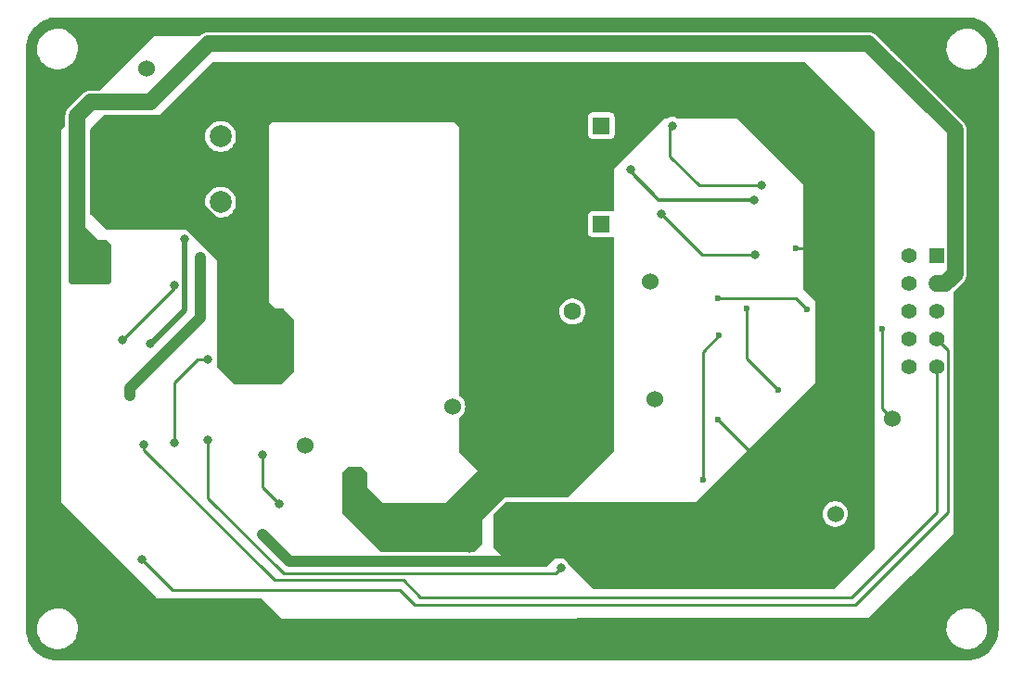
<source format=gbr>
G04 #@! TF.GenerationSoftware,KiCad,Pcbnew,7.0.7*
G04 #@! TF.CreationDate,2023-09-15T22:30:58+02:00*
G04 #@! TF.ProjectId,Nixie PSU,4e697869-6520-4505-9355-2e6b69636164,rev?*
G04 #@! TF.SameCoordinates,Original*
G04 #@! TF.FileFunction,Copper,L2,Bot*
G04 #@! TF.FilePolarity,Positive*
%FSLAX46Y46*%
G04 Gerber Fmt 4.6, Leading zero omitted, Abs format (unit mm)*
G04 Created by KiCad (PCBNEW 7.0.7) date 2023-09-15 22:30:58*
%MOMM*%
%LPD*%
G01*
G04 APERTURE LIST*
G04 #@! TA.AperFunction,ComponentPad*
%ADD10R,1.600000X1.600000*%
G04 #@! TD*
G04 #@! TA.AperFunction,ComponentPad*
%ADD11C,1.600000*%
G04 #@! TD*
G04 #@! TA.AperFunction,ComponentPad*
%ADD12C,1.530000*%
G04 #@! TD*
G04 #@! TA.AperFunction,ComponentPad*
%ADD13C,2.000000*%
G04 #@! TD*
G04 #@! TA.AperFunction,ComponentPad*
%ADD14R,1.390000X1.390000*%
G04 #@! TD*
G04 #@! TA.AperFunction,ComponentPad*
%ADD15C,1.390000*%
G04 #@! TD*
G04 #@! TA.AperFunction,ComponentPad*
%ADD16C,0.600000*%
G04 #@! TD*
G04 #@! TA.AperFunction,ViaPad*
%ADD17C,0.600000*%
G04 #@! TD*
G04 #@! TA.AperFunction,ViaPad*
%ADD18C,0.800000*%
G04 #@! TD*
G04 #@! TA.AperFunction,Conductor*
%ADD19C,1.500000*%
G04 #@! TD*
G04 #@! TA.AperFunction,Conductor*
%ADD20C,0.250000*%
G04 #@! TD*
G04 #@! TA.AperFunction,Conductor*
%ADD21C,1.000000*%
G04 #@! TD*
G04 #@! TA.AperFunction,Conductor*
%ADD22C,0.500000*%
G04 #@! TD*
G04 #@! TA.AperFunction,Conductor*
%ADD23C,0.400000*%
G04 #@! TD*
G04 #@! TA.AperFunction,Conductor*
%ADD24C,0.200000*%
G04 #@! TD*
G04 #@! TA.AperFunction,Conductor*
%ADD25C,0.300000*%
G04 #@! TD*
G04 APERTURE END LIST*
D10*
X159652651Y-65000000D03*
D11*
X156152651Y-65000000D03*
X157000000Y-82000000D03*
X152000000Y-82000000D03*
D12*
X164500000Y-90000000D03*
X118100000Y-59800000D03*
X132588000Y-94234000D03*
D10*
X159652651Y-74000000D03*
D11*
X156152651Y-74000000D03*
D13*
X124888000Y-66000000D03*
X114888000Y-66000000D03*
D12*
X164084000Y-79248000D03*
D14*
X190270000Y-76920000D03*
D15*
X187730000Y-76920000D03*
X190270000Y-79460000D03*
X187730000Y-79460000D03*
X190270000Y-82000000D03*
X187730000Y-82000000D03*
X190270000Y-84540000D03*
X187730000Y-84540000D03*
X190270000Y-87080000D03*
X187730000Y-87080000D03*
D12*
X146050000Y-90678000D03*
X181000000Y-100500000D03*
D13*
X124888000Y-72009000D03*
X114888000Y-72009000D03*
D12*
X186200000Y-91800000D03*
D16*
X151637997Y-101600000D03*
X151637997Y-102616000D03*
X151637997Y-103632000D03*
D17*
X112000000Y-61000000D03*
X115000000Y-58000000D03*
D18*
X129794000Y-83312000D03*
D17*
X169000000Y-112000000D03*
X145000000Y-55750000D03*
D18*
X128524000Y-83312000D03*
D17*
X151000000Y-112000000D03*
X150000000Y-60000000D03*
D18*
X127254000Y-84582000D03*
X138600000Y-102300000D03*
X163600000Y-102800000D03*
D17*
X194000000Y-103100000D03*
X194000000Y-82500000D03*
D18*
X182923800Y-67704600D03*
D17*
X147000000Y-55750000D03*
X194000000Y-85500000D03*
X178600000Y-90900000D03*
D18*
X128524000Y-84582000D03*
X128727200Y-102362000D03*
D17*
X129000000Y-112000000D03*
X153000000Y-112000000D03*
X113000000Y-60000000D03*
X182700000Y-92900000D03*
X151000000Y-55750000D03*
X181000000Y-112000000D03*
D18*
X128524000Y-85852000D03*
D17*
X164000000Y-55750000D03*
X157000000Y-55750000D03*
X121000000Y-55750000D03*
X109000000Y-86500000D03*
X125000000Y-55750000D03*
X189500000Y-108000000D03*
X116000000Y-57000000D03*
X174064000Y-55746000D03*
X194000000Y-93000000D03*
X150200000Y-66500000D03*
X121000000Y-112000000D03*
X153000000Y-55750000D03*
D18*
X181857000Y-67704600D03*
D17*
X194000000Y-75000000D03*
X109000000Y-82000000D03*
X109000000Y-70000000D03*
D18*
X153670000Y-93345000D03*
D17*
X111000000Y-62000000D03*
D18*
X171800000Y-102800000D03*
D17*
X186500000Y-111000000D03*
X170300000Y-91900000D03*
X109000000Y-73000000D03*
X150200000Y-65400000D03*
X109000000Y-94000000D03*
D18*
X170400000Y-102800000D03*
D17*
X191000000Y-106500000D03*
X109000000Y-95500000D03*
X194000000Y-66000000D03*
X172064000Y-55746000D03*
X194000000Y-94500000D03*
X194000000Y-72000000D03*
X141000000Y-55750000D03*
X109000000Y-79000000D03*
X109000000Y-74500000D03*
X117000000Y-110000000D03*
D18*
X167800000Y-106800000D03*
D17*
X111000000Y-104000000D03*
D18*
X179491600Y-69057800D03*
D17*
X155000000Y-112000000D03*
D18*
X144900000Y-100400000D03*
D17*
X112000000Y-105000000D03*
X123000000Y-112000000D03*
X185000000Y-112000000D03*
D18*
X127254000Y-85852000D03*
D17*
X150200000Y-75900000D03*
X156000000Y-60000000D03*
X109000000Y-89500000D03*
X137000000Y-55750000D03*
X131000000Y-112000000D03*
D18*
X145200000Y-103600000D03*
D17*
X151500000Y-60000000D03*
X155000000Y-55750000D03*
X176064000Y-55746000D03*
X194000000Y-76500000D03*
X194000000Y-88500000D03*
D18*
X181907800Y-69000000D03*
D17*
X170250000Y-55750000D03*
D18*
X165400000Y-106800000D03*
X129794000Y-85852000D03*
D17*
X157000000Y-112000000D03*
X193400000Y-63900000D03*
X109000000Y-100000000D03*
X114000000Y-107000000D03*
X194000000Y-90000000D03*
X114000000Y-59000000D03*
D18*
X152400000Y-93345000D03*
D17*
X183000000Y-112000000D03*
X109000000Y-67000000D03*
X194000000Y-70500000D03*
X135000000Y-112000000D03*
X194000000Y-73500000D03*
X109000000Y-76000000D03*
X109000000Y-97000000D03*
X194000000Y-97500000D03*
D18*
X141200000Y-103600000D03*
D17*
X109000000Y-88000000D03*
X159000000Y-112000000D03*
X109000000Y-68500000D03*
X188250000Y-58750000D03*
X173000000Y-112000000D03*
X189300000Y-60000000D03*
X192500000Y-105000000D03*
X109000000Y-83500000D03*
X110000000Y-103000000D03*
X109000000Y-71500000D03*
X127000000Y-112000000D03*
X188000000Y-109500000D03*
X182064000Y-55746000D03*
D18*
X162560000Y-104902000D03*
D17*
X147000000Y-112000000D03*
X116000000Y-109000000D03*
D18*
X153670000Y-95885000D03*
D17*
X194000000Y-78000000D03*
D18*
X170400000Y-106700000D03*
D17*
X165000000Y-112000000D03*
X109000000Y-98500000D03*
D18*
X152400000Y-94615000D03*
D17*
X109000000Y-91000000D03*
X194000000Y-67500000D03*
D18*
X153670000Y-97155000D03*
D17*
X167000000Y-112000000D03*
X150200000Y-70100000D03*
X150200000Y-72500000D03*
X123000000Y-55750000D03*
D18*
X125984000Y-85852000D03*
X143300000Y-103600000D03*
D17*
X110000000Y-63000000D03*
X154500000Y-60000000D03*
X109000000Y-77500000D03*
X147000000Y-60000000D03*
X192000000Y-62600000D03*
X139000000Y-112000000D03*
D18*
X125984000Y-83312000D03*
X153670000Y-94615000D03*
D17*
X185750000Y-56250000D03*
D18*
X180688600Y-68949200D03*
D17*
X117000000Y-56000000D03*
X139000000Y-55750000D03*
D18*
X123063000Y-77089000D03*
D17*
X129000000Y-55750000D03*
X178064000Y-55746000D03*
X109000000Y-92500000D03*
X119000000Y-112000000D03*
X190600000Y-61200000D03*
D18*
X180688600Y-66333000D03*
D17*
X145000000Y-112000000D03*
X194000000Y-79500000D03*
X168000000Y-55750000D03*
X194000000Y-81000000D03*
D18*
X152400000Y-95885000D03*
D17*
X150200000Y-73600000D03*
X143000000Y-112000000D03*
D18*
X116586000Y-89662000D03*
D17*
X177400000Y-76200000D03*
X194000000Y-69000000D03*
X109000000Y-64000000D03*
X119000000Y-55750000D03*
D18*
X137100000Y-100800000D03*
D17*
X109000000Y-65500000D03*
X179000000Y-112000000D03*
X177000000Y-112000000D03*
X180064000Y-55746000D03*
X194000000Y-100900000D03*
X135000000Y-55750000D03*
D18*
X165300000Y-102800000D03*
D17*
X161000000Y-112000000D03*
D18*
X151130000Y-93345000D03*
D17*
X194000000Y-91500000D03*
X109000000Y-80500000D03*
X194000000Y-84000000D03*
D18*
X151130000Y-97155000D03*
D17*
X133000000Y-112000000D03*
D18*
X179494800Y-66358400D03*
D17*
X175000000Y-112000000D03*
X150200000Y-77000000D03*
X118000000Y-111000000D03*
X153000000Y-60000000D03*
D18*
X163600000Y-106800000D03*
D17*
X137000000Y-112000000D03*
D18*
X181857000Y-66333000D03*
X129794000Y-84582000D03*
D17*
X143000000Y-55750000D03*
D18*
X147574000Y-103632000D03*
X171900000Y-106700000D03*
D17*
X162000000Y-55750000D03*
X187000000Y-57500000D03*
X125000000Y-112000000D03*
X131000000Y-55750000D03*
X127000000Y-55750000D03*
D18*
X127254000Y-83312000D03*
D17*
X150200000Y-69000000D03*
X109000000Y-102000000D03*
X184064000Y-55746000D03*
D18*
X140600000Y-100400000D03*
X164100000Y-64900000D03*
D17*
X166000000Y-55750000D03*
D18*
X142741291Y-100400000D03*
X125984000Y-84582000D03*
D17*
X149000000Y-112000000D03*
X149000000Y-55750000D03*
D18*
X179596400Y-67730000D03*
X180688600Y-67730000D03*
D17*
X194000000Y-96000000D03*
X141000000Y-112000000D03*
D18*
X182923800Y-66333000D03*
D17*
X163000000Y-112000000D03*
X148500000Y-60000000D03*
X109000000Y-85000000D03*
D18*
X183000000Y-69000000D03*
X152400000Y-97155000D03*
D17*
X194000000Y-99000000D03*
D18*
X138900000Y-99700000D03*
D17*
X133000000Y-55750000D03*
X159000000Y-55750000D03*
X115000000Y-108000000D03*
X171000000Y-112000000D03*
X194000000Y-87000000D03*
X113000000Y-106000000D03*
X168900000Y-97400000D03*
X170400000Y-84200000D03*
D18*
X121562500Y-75334500D03*
X118491000Y-84963000D03*
X115951000Y-84582000D03*
X120650000Y-79629000D03*
D17*
X172900000Y-81700000D03*
X175800000Y-89200000D03*
D18*
X117703600Y-104698800D03*
D17*
X178400000Y-81800000D03*
X170300000Y-80800000D03*
D18*
X130251200Y-99568000D03*
X128701800Y-95123000D03*
D17*
X185300000Y-83600000D03*
D18*
X123698000Y-86360000D03*
X120700000Y-94000000D03*
X123698000Y-93726000D03*
X155930600Y-105460800D03*
X117900000Y-94200000D03*
X173600000Y-71800000D03*
X162300000Y-69000000D03*
X173700000Y-76800000D03*
X165100000Y-73100000D03*
X111760000Y-78740000D03*
X111760000Y-77470000D03*
X111760000Y-76200000D03*
X113030000Y-77470000D03*
X114300000Y-77470000D03*
X113030000Y-78740000D03*
X114300000Y-78740000D03*
X114300000Y-76200000D03*
X113030000Y-76200000D03*
X166100000Y-65000000D03*
X174300000Y-70500000D03*
D19*
X151130000Y-93345000D02*
X152400000Y-93345000D01*
D20*
X178600000Y-90900000D02*
X179100000Y-90900000D01*
D21*
X123063000Y-82550000D02*
X123063000Y-77089000D01*
D19*
X152925451Y-61772800D02*
X156152651Y-65000000D01*
D21*
X170900000Y-100700000D02*
X175250000Y-96350000D01*
D19*
X156152651Y-65000000D02*
X159052651Y-62100000D01*
X151130000Y-97155000D02*
X152146000Y-96139000D01*
X152146000Y-94361000D02*
X152146000Y-95758000D01*
X152146000Y-96139000D02*
X152146000Y-95504000D01*
D21*
X151600000Y-104800400D02*
X131165600Y-104800400D01*
X157999000Y-100700000D02*
X170900000Y-100700000D01*
D19*
X152527000Y-93218000D02*
X153390600Y-93218000D01*
D21*
X158802000Y-104902000D02*
X162560000Y-104902000D01*
D20*
X180711400Y-90911400D02*
X180688600Y-90911400D01*
D21*
X156299500Y-102399500D02*
X158802000Y-104902000D01*
D19*
X153517600Y-93345000D02*
X153390600Y-93218000D01*
X152146000Y-97028000D02*
X152146000Y-95504000D01*
X156152651Y-65000000D02*
X156152651Y-74000000D01*
X152400000Y-95885000D02*
X153670000Y-94615000D01*
X152146000Y-93599000D02*
X152146000Y-95504000D01*
X151130000Y-93345000D02*
X152146000Y-94361000D01*
X125124200Y-61772800D02*
X152925451Y-61772800D01*
X120897000Y-66000000D02*
X120905900Y-65991100D01*
D21*
X116586000Y-89662000D02*
X116586000Y-89027000D01*
D19*
X120897000Y-70775717D02*
X127254000Y-77132717D01*
D21*
X153898600Y-104800400D02*
X156299500Y-102399500D01*
D19*
X152000000Y-82000000D02*
X152000000Y-93453000D01*
D22*
X147574000Y-99822000D02*
X147574000Y-103632000D01*
D19*
X153670000Y-94615000D02*
X153441400Y-94386400D01*
D20*
X170300000Y-91900000D02*
X174750000Y-96350000D01*
D21*
X153898600Y-104800400D02*
X151600000Y-104800400D01*
D19*
X173966400Y-62100000D02*
X179596400Y-67730000D01*
X152400000Y-93345000D02*
X152527000Y-93218000D01*
D21*
X156299500Y-102399500D02*
X157999000Y-100700000D01*
D19*
X159052651Y-62100000D02*
X166200000Y-62100000D01*
D21*
X131165600Y-104800400D02*
X128727200Y-102362000D01*
X180688600Y-76100000D02*
X180688600Y-68949200D01*
X175250000Y-96350000D02*
X179900000Y-91700000D01*
D19*
X153670000Y-93345000D02*
X153517600Y-93345000D01*
X153441400Y-93268800D02*
X153390600Y-93218000D01*
D20*
X180588600Y-76200000D02*
X180688600Y-76100000D01*
X179100000Y-90900000D02*
X179900000Y-91700000D01*
D23*
X164100000Y-64200000D02*
X166200000Y-62100000D01*
D19*
X114888000Y-66000000D02*
X120897000Y-66000000D01*
D21*
X116586000Y-89027000D02*
X123063000Y-82550000D01*
X179900000Y-91700000D02*
X180688600Y-90911400D01*
D22*
X150241000Y-97155000D02*
X147574000Y-99822000D01*
D19*
X153441400Y-94386400D02*
X153441400Y-93268800D01*
D24*
X151637997Y-103632000D02*
X151637997Y-104762403D01*
D20*
X174750000Y-96350000D02*
X175250000Y-96350000D01*
D19*
X156152651Y-77847349D02*
X152000000Y-82000000D01*
X152400000Y-93345000D02*
X152146000Y-93599000D01*
X153670000Y-94615000D02*
X152400000Y-94615000D01*
X120897000Y-66000000D02*
X120897000Y-70775717D01*
X120905900Y-65991100D02*
X114888000Y-72009000D01*
X166200000Y-62100000D02*
X173966400Y-62100000D01*
D20*
X182700000Y-92900000D02*
X180711400Y-90911400D01*
X177400000Y-76200000D02*
X180588600Y-76200000D01*
D19*
X152000000Y-93453000D02*
X152146000Y-93599000D01*
X151130000Y-97155000D02*
X152400000Y-95885000D01*
X152400000Y-95885000D02*
X152400000Y-93345000D01*
D23*
X164100000Y-64900000D02*
X164100000Y-64200000D01*
D22*
X151130000Y-97155000D02*
X150241000Y-97155000D01*
D19*
X156152651Y-74000000D02*
X156152651Y-77847349D01*
D21*
X180688600Y-90911400D02*
X180688600Y-76100000D01*
D19*
X125124200Y-61772800D02*
X120905900Y-65991100D01*
X127254000Y-77132717D02*
X127254000Y-84582000D01*
D24*
X151637997Y-104762403D02*
X151600000Y-104800400D01*
D20*
X168900000Y-85700000D02*
X170400000Y-84200000D01*
X168900000Y-97400000D02*
X168900000Y-85700000D01*
D22*
X118491000Y-84963000D02*
X118783100Y-84670900D01*
X121562500Y-81891500D02*
X118783100Y-84670900D01*
X121562500Y-75334500D02*
X121562500Y-81891500D01*
D20*
X120650000Y-79883000D02*
X120650000Y-79629000D01*
X115951000Y-84582000D02*
X120650000Y-79883000D01*
X172900000Y-81700000D02*
X172900000Y-86300000D01*
X172900000Y-86300000D02*
X175800000Y-89200000D01*
X191290000Y-100310000D02*
X191290000Y-85560000D01*
X117703600Y-104698800D02*
X120472200Y-107467400D01*
X120472200Y-107467400D02*
X141267400Y-107467400D01*
X141267400Y-107467400D02*
X142600000Y-108800000D01*
X142600000Y-108800000D02*
X182800000Y-108800000D01*
X191290000Y-85560000D02*
X190270000Y-84540000D01*
X182800000Y-108800000D02*
X191290000Y-100310000D01*
X178400000Y-81800000D02*
X177400000Y-80800000D01*
X177400000Y-80800000D02*
X170300000Y-80800000D01*
X128701800Y-98018600D02*
X130251200Y-99568000D01*
X128701800Y-95123000D02*
X128701800Y-98018600D01*
X185300000Y-90900000D02*
X186200000Y-91800000D01*
X185300000Y-83600000D02*
X185300000Y-90900000D01*
X122809000Y-86360000D02*
X120700000Y-88469000D01*
X123698000Y-86360000D02*
X122809000Y-86360000D01*
X120700000Y-88469000D02*
X120700000Y-94000000D01*
X123698000Y-99034600D02*
X123698000Y-93726000D01*
X130632200Y-105968800D02*
X123698000Y-99034600D01*
X155422600Y-105968800D02*
X130632200Y-105968800D01*
X155930600Y-105460800D02*
X155422600Y-105968800D01*
X129768600Y-106553000D02*
X141553000Y-106553000D01*
X182500000Y-108100000D02*
X190270000Y-100330000D01*
X117900000Y-94200000D02*
X117900000Y-94684400D01*
X190270000Y-100330000D02*
X190270000Y-87080000D01*
X143100000Y-108100000D02*
X182500000Y-108100000D01*
X141553000Y-106553000D02*
X143100000Y-108100000D01*
X117900000Y-94684400D02*
X129768600Y-106553000D01*
D25*
X162300000Y-69200000D02*
X164900000Y-71800000D01*
X162300000Y-69000000D02*
X162300000Y-69200000D01*
X164900000Y-71800000D02*
X173600000Y-71800000D01*
D20*
X165100000Y-73100000D02*
X168800000Y-76800000D01*
X168800000Y-76800000D02*
X173700000Y-76800000D01*
D19*
X118455000Y-62865000D02*
X113030000Y-62865000D01*
X191915000Y-78585000D02*
X191040000Y-79460000D01*
X191040000Y-79460000D02*
X190270000Y-79460000D01*
X177431000Y-57531000D02*
X123789000Y-57531000D01*
X111760000Y-64135000D02*
X111760000Y-76200000D01*
X177431000Y-57531000D02*
X184031000Y-57531000D01*
X123789000Y-57531000D02*
X118455000Y-62865000D01*
X113030000Y-62865000D02*
X111760000Y-64135000D01*
X191915000Y-65415000D02*
X191915000Y-78585000D01*
X111760000Y-76200000D02*
X113030000Y-77470000D01*
X184031000Y-57531000D02*
X191915000Y-65415000D01*
D20*
X166100000Y-65000000D02*
X165900000Y-65200000D01*
X165900000Y-65200000D02*
X165900000Y-67800000D01*
X165900000Y-67800000D02*
X168600000Y-70500000D01*
X168600000Y-70500000D02*
X174300000Y-70500000D01*
G04 #@! TA.AperFunction,Conductor*
G36*
X193001735Y-55100598D02*
G01*
X193160703Y-55109524D01*
X193321171Y-55118536D01*
X193328064Y-55119312D01*
X193641766Y-55172613D01*
X193648541Y-55174160D01*
X193954303Y-55262247D01*
X193960863Y-55264544D01*
X194090520Y-55318249D01*
X194254837Y-55386311D01*
X194261086Y-55389321D01*
X194539591Y-55543245D01*
X194545453Y-55546928D01*
X194804975Y-55731069D01*
X194810401Y-55735396D01*
X195047657Y-55947422D01*
X195052577Y-55952342D01*
X195210105Y-56128615D01*
X195242017Y-56164325D01*
X195264603Y-56189598D01*
X195268932Y-56195027D01*
X195453068Y-56454542D01*
X195456757Y-56460413D01*
X195562485Y-56651713D01*
X195610674Y-56738905D01*
X195613691Y-56745170D01*
X195632751Y-56791186D01*
X195735455Y-57039136D01*
X195737754Y-57045703D01*
X195825838Y-57351453D01*
X195827386Y-57358236D01*
X195880685Y-57671923D01*
X195881464Y-57678838D01*
X195899402Y-57998263D01*
X195899500Y-58001740D01*
X195899500Y-110998258D01*
X195899402Y-111001735D01*
X195881464Y-111321161D01*
X195880685Y-111328076D01*
X195827386Y-111641763D01*
X195825838Y-111648546D01*
X195737754Y-111954296D01*
X195735455Y-111960863D01*
X195613693Y-112254825D01*
X195610674Y-112261094D01*
X195456759Y-112539583D01*
X195453062Y-112545465D01*
X195288935Y-112776782D01*
X195268941Y-112804961D01*
X195264603Y-112810401D01*
X195052577Y-113047657D01*
X195047657Y-113052577D01*
X194810401Y-113264603D01*
X194804963Y-113268938D01*
X194545465Y-113453062D01*
X194539583Y-113456759D01*
X194261094Y-113610674D01*
X194254825Y-113613693D01*
X193960863Y-113735455D01*
X193954296Y-113737754D01*
X193648546Y-113825838D01*
X193641763Y-113827386D01*
X193328076Y-113880685D01*
X193321161Y-113881464D01*
X193001735Y-113899402D01*
X192998258Y-113899500D01*
X110001742Y-113899500D01*
X109998265Y-113899402D01*
X109678838Y-113881464D01*
X109671923Y-113880685D01*
X109358236Y-113827386D01*
X109351453Y-113825838D01*
X109045703Y-113737754D01*
X109039136Y-113735455D01*
X108766168Y-113622389D01*
X108745170Y-113613691D01*
X108738905Y-113610674D01*
X108460416Y-113456759D01*
X108454542Y-113453068D01*
X108195027Y-113268932D01*
X108189598Y-113264603D01*
X107952342Y-113052577D01*
X107947422Y-113047657D01*
X107757983Y-112835676D01*
X107735393Y-112810397D01*
X107731069Y-112804975D01*
X107546928Y-112545453D01*
X107543245Y-112539591D01*
X107389321Y-112261086D01*
X107386311Y-112254837D01*
X107313728Y-112079605D01*
X107264544Y-111960863D01*
X107262245Y-111954296D01*
X107258073Y-111939815D01*
X107174160Y-111648541D01*
X107172613Y-111641763D01*
X107165361Y-111599082D01*
X107119312Y-111328064D01*
X107118536Y-111321171D01*
X107104306Y-111067765D01*
X107104306Y-111067763D01*
X108145787Y-111067763D01*
X108175413Y-111337013D01*
X108175415Y-111337024D01*
X108235569Y-111567115D01*
X108243928Y-111599088D01*
X108349870Y-111848390D01*
X108405666Y-111939815D01*
X108490979Y-112079605D01*
X108490986Y-112079615D01*
X108664253Y-112287819D01*
X108664259Y-112287824D01*
X108769240Y-112381887D01*
X108865998Y-112468582D01*
X109091910Y-112618044D01*
X109337176Y-112733020D01*
X109337183Y-112733022D01*
X109337185Y-112733023D01*
X109596557Y-112811057D01*
X109596564Y-112811058D01*
X109596569Y-112811060D01*
X109864561Y-112850500D01*
X109864566Y-112850500D01*
X110067636Y-112850500D01*
X110119133Y-112846730D01*
X110270156Y-112835677D01*
X110383624Y-112810401D01*
X110534546Y-112776782D01*
X110534548Y-112776781D01*
X110534553Y-112776780D01*
X110787558Y-112680014D01*
X111023777Y-112547441D01*
X111238177Y-112381888D01*
X111426186Y-112186881D01*
X111583799Y-111966579D01*
X111657787Y-111822669D01*
X111707649Y-111725690D01*
X111707651Y-111725684D01*
X111707656Y-111725675D01*
X111795118Y-111469305D01*
X111844319Y-111202933D01*
X111849259Y-111067763D01*
X191145787Y-111067763D01*
X191175413Y-111337013D01*
X191175415Y-111337024D01*
X191235569Y-111567115D01*
X191243928Y-111599088D01*
X191349870Y-111848390D01*
X191405666Y-111939815D01*
X191490979Y-112079605D01*
X191490986Y-112079615D01*
X191664253Y-112287819D01*
X191664259Y-112287824D01*
X191769240Y-112381887D01*
X191865998Y-112468582D01*
X192091910Y-112618044D01*
X192337176Y-112733020D01*
X192337183Y-112733022D01*
X192337185Y-112733023D01*
X192596557Y-112811057D01*
X192596564Y-112811058D01*
X192596569Y-112811060D01*
X192864561Y-112850500D01*
X192864566Y-112850500D01*
X193067636Y-112850500D01*
X193119133Y-112846730D01*
X193270156Y-112835677D01*
X193383624Y-112810401D01*
X193534546Y-112776782D01*
X193534548Y-112776781D01*
X193534553Y-112776780D01*
X193787558Y-112680014D01*
X194023777Y-112547441D01*
X194238177Y-112381888D01*
X194426186Y-112186881D01*
X194583799Y-111966579D01*
X194657787Y-111822669D01*
X194707649Y-111725690D01*
X194707651Y-111725684D01*
X194707656Y-111725675D01*
X194795118Y-111469305D01*
X194844319Y-111202933D01*
X194854212Y-110932235D01*
X194824586Y-110662982D01*
X194756072Y-110400912D01*
X194650130Y-110151610D01*
X194509018Y-109920390D01*
X194419747Y-109813119D01*
X194335746Y-109712180D01*
X194335740Y-109712175D01*
X194134002Y-109531418D01*
X193908092Y-109381957D01*
X193908090Y-109381956D01*
X193662824Y-109266980D01*
X193662819Y-109266978D01*
X193662814Y-109266976D01*
X193403442Y-109188942D01*
X193403428Y-109188939D01*
X193287791Y-109171921D01*
X193135439Y-109149500D01*
X192932369Y-109149500D01*
X192932364Y-109149500D01*
X192729844Y-109164323D01*
X192729831Y-109164325D01*
X192465453Y-109223217D01*
X192465446Y-109223220D01*
X192212439Y-109319987D01*
X191976226Y-109452557D01*
X191761822Y-109618112D01*
X191573822Y-109813109D01*
X191573816Y-109813116D01*
X191416202Y-110033419D01*
X191416199Y-110033424D01*
X191292350Y-110274309D01*
X191292343Y-110274327D01*
X191204884Y-110530685D01*
X191204881Y-110530699D01*
X191155681Y-110797068D01*
X191155680Y-110797075D01*
X191145787Y-111067763D01*
X111849259Y-111067763D01*
X111854212Y-110932235D01*
X111824586Y-110662982D01*
X111756072Y-110400912D01*
X111650130Y-110151610D01*
X111509018Y-109920390D01*
X111419747Y-109813119D01*
X111335746Y-109712180D01*
X111335740Y-109712175D01*
X111134002Y-109531418D01*
X110908092Y-109381957D01*
X110908090Y-109381956D01*
X110662824Y-109266980D01*
X110662819Y-109266978D01*
X110662814Y-109266976D01*
X110403442Y-109188942D01*
X110403428Y-109188939D01*
X110287791Y-109171921D01*
X110135439Y-109149500D01*
X109932369Y-109149500D01*
X109932364Y-109149500D01*
X109729844Y-109164323D01*
X109729831Y-109164325D01*
X109465453Y-109223217D01*
X109465446Y-109223220D01*
X109212439Y-109319987D01*
X108976226Y-109452557D01*
X108761822Y-109618112D01*
X108573822Y-109813109D01*
X108573816Y-109813116D01*
X108416202Y-110033419D01*
X108416199Y-110033424D01*
X108292350Y-110274309D01*
X108292343Y-110274327D01*
X108204884Y-110530685D01*
X108204881Y-110530699D01*
X108155681Y-110797068D01*
X108155680Y-110797075D01*
X108145787Y-111067763D01*
X107104306Y-111067763D01*
X107100598Y-111001735D01*
X107100500Y-110998258D01*
X107100500Y-99448000D01*
X110298000Y-99448000D01*
X119075412Y-108225412D01*
X128600148Y-108251173D01*
X128667132Y-108271039D01*
X128687492Y-108287492D01*
X130499825Y-110099825D01*
X184036653Y-110006066D01*
X191782000Y-102344193D01*
X191782000Y-80256149D01*
X191801685Y-80189111D01*
X191810132Y-80177502D01*
X191817389Y-80168659D01*
X191821446Y-80164183D01*
X192619171Y-79366458D01*
X192623674Y-79362378D01*
X192661409Y-79331411D01*
X192661410Y-79331410D01*
X192792685Y-79171450D01*
X192890232Y-78988954D01*
X192950300Y-78790934D01*
X192965500Y-78636608D01*
X192965500Y-78636607D01*
X192970583Y-78585000D01*
X192965799Y-78536424D01*
X192965500Y-78530343D01*
X192965500Y-65469655D01*
X192965799Y-65463574D01*
X192966805Y-65453352D01*
X192970583Y-65415000D01*
X192950300Y-65209066D01*
X192890232Y-65011046D01*
X192792685Y-64828550D01*
X192694308Y-64708677D01*
X192661410Y-64668590D01*
X192661178Y-64668400D01*
X192623674Y-64637621D01*
X192619172Y-64633541D01*
X186053394Y-58067763D01*
X191145787Y-58067763D01*
X191175413Y-58337013D01*
X191175415Y-58337024D01*
X191243926Y-58599082D01*
X191243928Y-58599088D01*
X191349870Y-58848390D01*
X191387338Y-58909783D01*
X191490979Y-59079605D01*
X191490986Y-59079615D01*
X191664253Y-59287819D01*
X191664259Y-59287824D01*
X191865998Y-59468582D01*
X192091910Y-59618044D01*
X192337176Y-59733020D01*
X192337183Y-59733022D01*
X192337185Y-59733023D01*
X192596557Y-59811057D01*
X192596564Y-59811058D01*
X192596569Y-59811060D01*
X192864561Y-59850500D01*
X192864566Y-59850500D01*
X193067636Y-59850500D01*
X193119133Y-59846730D01*
X193270156Y-59835677D01*
X193382758Y-59810593D01*
X193534546Y-59776782D01*
X193534548Y-59776781D01*
X193534553Y-59776780D01*
X193787558Y-59680014D01*
X194023777Y-59547441D01*
X194238177Y-59381888D01*
X194426186Y-59186881D01*
X194583799Y-58966579D01*
X194663868Y-58810844D01*
X194707649Y-58725690D01*
X194707651Y-58725684D01*
X194707656Y-58725675D01*
X194795118Y-58469305D01*
X194844319Y-58202933D01*
X194854212Y-57932235D01*
X194824586Y-57662982D01*
X194756072Y-57400912D01*
X194650130Y-57151610D01*
X194509018Y-56920390D01*
X194507845Y-56918981D01*
X194335746Y-56712180D01*
X194335740Y-56712175D01*
X194134002Y-56531418D01*
X193908092Y-56381957D01*
X193908090Y-56381956D01*
X193662824Y-56266980D01*
X193662819Y-56266978D01*
X193662814Y-56266976D01*
X193403442Y-56188942D01*
X193403428Y-56188939D01*
X193287791Y-56171921D01*
X193135439Y-56149500D01*
X192932369Y-56149500D01*
X192932364Y-56149500D01*
X192729844Y-56164323D01*
X192729831Y-56164325D01*
X192465453Y-56223217D01*
X192465446Y-56223220D01*
X192212439Y-56319987D01*
X191976226Y-56452557D01*
X191976224Y-56452558D01*
X191976223Y-56452559D01*
X191969989Y-56457373D01*
X191761822Y-56618112D01*
X191573822Y-56813109D01*
X191573816Y-56813116D01*
X191416202Y-57033419D01*
X191416199Y-57033424D01*
X191292350Y-57274309D01*
X191292343Y-57274327D01*
X191204884Y-57530685D01*
X191204881Y-57530699D01*
X191155681Y-57797068D01*
X191155680Y-57797075D01*
X191145787Y-58067763D01*
X186053394Y-58067763D01*
X184812456Y-56826825D01*
X184808378Y-56822325D01*
X184800815Y-56813109D01*
X184777410Y-56784590D01*
X184729381Y-56745174D01*
X184615498Y-56651713D01*
X184609381Y-56649002D01*
X184434957Y-56555769D01*
X184434956Y-56555768D01*
X184434955Y-56555768D01*
X184236934Y-56495700D01*
X184236931Y-56495699D01*
X184236933Y-56495699D01*
X184051281Y-56477414D01*
X184031000Y-56475417D01*
X184030999Y-56475417D01*
X183982424Y-56480201D01*
X183976343Y-56480500D01*
X123843657Y-56480500D01*
X123837576Y-56480201D01*
X123789000Y-56475417D01*
X123583068Y-56495699D01*
X123494216Y-56522651D01*
X123385045Y-56555768D01*
X123385042Y-56555769D01*
X123385040Y-56555770D01*
X123385037Y-56555771D01*
X123193536Y-56658131D01*
X123185916Y-56666965D01*
X123058110Y-56771853D01*
X122993800Y-56799166D01*
X122979445Y-56800000D01*
X118899999Y-56800000D01*
X113921819Y-61778181D01*
X113860496Y-61811666D01*
X113834138Y-61814500D01*
X113084657Y-61814500D01*
X113078576Y-61814201D01*
X113030000Y-61809417D01*
X112824068Y-61829699D01*
X112626041Y-61889769D01*
X112401881Y-62009587D01*
X112382850Y-62037128D01*
X112283591Y-62118588D01*
X112252621Y-62156325D01*
X112248533Y-62160835D01*
X111055839Y-63353529D01*
X111051329Y-63357616D01*
X111013589Y-63388590D01*
X111013588Y-63388590D01*
X110869400Y-63564284D01*
X110866137Y-63578814D01*
X110784771Y-63731037D01*
X110784770Y-63731040D01*
X110784769Y-63731042D01*
X110784768Y-63731045D01*
X110751651Y-63840216D01*
X110724699Y-63929068D01*
X110704417Y-64135000D01*
X110709201Y-64183574D01*
X110709500Y-64189655D01*
X110709500Y-64939138D01*
X110689815Y-65006177D01*
X110673181Y-65026819D01*
X110298000Y-65401999D01*
X110298000Y-65402000D01*
X110298000Y-99448000D01*
X107100500Y-99448000D01*
X107100500Y-58067763D01*
X108145787Y-58067763D01*
X108175413Y-58337013D01*
X108175415Y-58337024D01*
X108243926Y-58599082D01*
X108243928Y-58599088D01*
X108349870Y-58848390D01*
X108387338Y-58909783D01*
X108490979Y-59079605D01*
X108490986Y-59079615D01*
X108664253Y-59287819D01*
X108664259Y-59287824D01*
X108865998Y-59468582D01*
X109091910Y-59618044D01*
X109337176Y-59733020D01*
X109337183Y-59733022D01*
X109337185Y-59733023D01*
X109596557Y-59811057D01*
X109596564Y-59811058D01*
X109596569Y-59811060D01*
X109864561Y-59850500D01*
X109864566Y-59850500D01*
X110067636Y-59850500D01*
X110119133Y-59846730D01*
X110270156Y-59835677D01*
X110382758Y-59810593D01*
X110534546Y-59776782D01*
X110534548Y-59776781D01*
X110534553Y-59776780D01*
X110787558Y-59680014D01*
X111023777Y-59547441D01*
X111238177Y-59381888D01*
X111426186Y-59186881D01*
X111583799Y-58966579D01*
X111663868Y-58810844D01*
X111707649Y-58725690D01*
X111707651Y-58725684D01*
X111707656Y-58725675D01*
X111795118Y-58469305D01*
X111844319Y-58202933D01*
X111854212Y-57932235D01*
X111824586Y-57662982D01*
X111756072Y-57400912D01*
X111650130Y-57151610D01*
X111509018Y-56920390D01*
X111507845Y-56918981D01*
X111335746Y-56712180D01*
X111335740Y-56712175D01*
X111134002Y-56531418D01*
X110908092Y-56381957D01*
X110908090Y-56381956D01*
X110662824Y-56266980D01*
X110662819Y-56266978D01*
X110662814Y-56266976D01*
X110403442Y-56188942D01*
X110403428Y-56188939D01*
X110287791Y-56171921D01*
X110135439Y-56149500D01*
X109932369Y-56149500D01*
X109932364Y-56149500D01*
X109729844Y-56164323D01*
X109729831Y-56164325D01*
X109465453Y-56223217D01*
X109465446Y-56223220D01*
X109212439Y-56319987D01*
X108976226Y-56452557D01*
X108976224Y-56452558D01*
X108976223Y-56452559D01*
X108969989Y-56457373D01*
X108761822Y-56618112D01*
X108573822Y-56813109D01*
X108573816Y-56813116D01*
X108416202Y-57033419D01*
X108416199Y-57033424D01*
X108292350Y-57274309D01*
X108292343Y-57274327D01*
X108204884Y-57530685D01*
X108204881Y-57530699D01*
X108155681Y-57797068D01*
X108155680Y-57797075D01*
X108145787Y-58067763D01*
X107100500Y-58067763D01*
X107100500Y-58001740D01*
X107100598Y-57998263D01*
X107111896Y-57797067D01*
X107118536Y-57678826D01*
X107119312Y-57671937D01*
X107172614Y-57358229D01*
X107174158Y-57351461D01*
X107262249Y-57045690D01*
X107264544Y-57039136D01*
X107313730Y-56920390D01*
X107386314Y-56745155D01*
X107389317Y-56738920D01*
X107543249Y-56460400D01*
X107546922Y-56454554D01*
X107731075Y-56195015D01*
X107735385Y-56189610D01*
X107947424Y-55952339D01*
X107952342Y-55947422D01*
X108189610Y-55735385D01*
X108195015Y-55731075D01*
X108454554Y-55546922D01*
X108460400Y-55543249D01*
X108738920Y-55389317D01*
X108745155Y-55386314D01*
X108993123Y-55283602D01*
X109039136Y-55264544D01*
X109045690Y-55262249D01*
X109351461Y-55174158D01*
X109358229Y-55172614D01*
X109671937Y-55119312D01*
X109678826Y-55118536D01*
X109846764Y-55109105D01*
X109998265Y-55100598D01*
X110001742Y-55100500D01*
X110072914Y-55100500D01*
X192927086Y-55100500D01*
X192998258Y-55100500D01*
X193001735Y-55100598D01*
G37*
G04 #@! TD.AperFunction*
G04 #@! TA.AperFunction,Conductor*
G36*
X178215677Y-59219685D02*
G01*
X178236319Y-59236319D01*
X183800000Y-64800000D01*
X182600000Y-64800000D01*
X178100000Y-69300000D01*
X178100000Y-70400000D01*
X172100000Y-64400000D01*
X166683039Y-64400000D01*
X166616000Y-64380315D01*
X166605724Y-64372945D01*
X166602263Y-64370185D01*
X166602262Y-64370184D01*
X166545496Y-64334515D01*
X166449523Y-64274211D01*
X166279254Y-64214631D01*
X166279249Y-64214630D01*
X166100004Y-64194435D01*
X166099996Y-64194435D01*
X165920750Y-64214630D01*
X165920745Y-64214631D01*
X165750476Y-64274211D01*
X165597736Y-64370185D01*
X165594276Y-64372945D01*
X165529590Y-64399355D01*
X165516961Y-64400000D01*
X165399999Y-64400000D01*
X160800000Y-68999999D01*
X160800000Y-72725142D01*
X160780315Y-72792181D01*
X160727511Y-72837936D01*
X160658353Y-72847880D01*
X160619705Y-72835627D01*
X160577952Y-72814352D01*
X160484175Y-72799500D01*
X158821133Y-72799500D01*
X158740170Y-72812323D01*
X158727347Y-72814354D01*
X158614309Y-72871950D01*
X158614307Y-72871951D01*
X158614308Y-72871951D01*
X158614303Y-72871954D01*
X158524605Y-72961652D01*
X158524602Y-72961657D01*
X158467003Y-73074698D01*
X158452151Y-73168475D01*
X158452151Y-74831517D01*
X158462943Y-74899657D01*
X158467005Y-74925304D01*
X158524601Y-75038342D01*
X158524603Y-75038344D01*
X158524605Y-75038347D01*
X158614303Y-75128045D01*
X158614305Y-75128046D01*
X158614309Y-75128050D01*
X158727345Y-75185645D01*
X158727349Y-75185647D01*
X158821126Y-75200499D01*
X158821132Y-75200500D01*
X160484169Y-75200499D01*
X160577955Y-75185646D01*
X160619706Y-75164372D01*
X160688373Y-75151476D01*
X160753114Y-75177752D01*
X160793372Y-75234858D01*
X160800000Y-75274857D01*
X160800000Y-94648638D01*
X160780315Y-94715677D01*
X160763681Y-94736319D01*
X156536319Y-98963681D01*
X156474996Y-98997166D01*
X156448638Y-99000000D01*
X150800000Y-99000000D01*
X150800000Y-98900000D01*
X148400000Y-96500000D01*
X148350000Y-96550000D01*
X148349999Y-96549999D01*
X148350000Y-96549999D01*
X146695919Y-94895918D01*
X146662434Y-94834595D01*
X146659600Y-94808237D01*
X146659600Y-91740445D01*
X146679285Y-91673406D01*
X146718324Y-91635017D01*
X146755380Y-91612074D01*
X146915005Y-91466556D01*
X147045173Y-91294185D01*
X147141452Y-91100831D01*
X147200563Y-90893078D01*
X147220493Y-90678000D01*
X147200563Y-90462922D01*
X147141452Y-90255169D01*
X147045173Y-90061815D01*
X146915005Y-89889444D01*
X146915002Y-89889441D01*
X146914998Y-89889437D01*
X146755380Y-89743926D01*
X146755379Y-89743925D01*
X146718321Y-89720979D01*
X146671686Y-89668950D01*
X146659600Y-89615553D01*
X146659600Y-82000000D01*
X155794356Y-82000000D01*
X155814884Y-82221535D01*
X155814885Y-82221537D01*
X155875769Y-82435523D01*
X155875775Y-82435538D01*
X155974938Y-82634683D01*
X155974943Y-82634691D01*
X156109020Y-82812238D01*
X156273437Y-82962123D01*
X156273439Y-82962125D01*
X156462595Y-83079245D01*
X156462596Y-83079245D01*
X156462599Y-83079247D01*
X156670060Y-83159618D01*
X156888757Y-83200500D01*
X156888759Y-83200500D01*
X157111241Y-83200500D01*
X157111243Y-83200500D01*
X157329940Y-83159618D01*
X157537401Y-83079247D01*
X157726562Y-82962124D01*
X157890981Y-82812236D01*
X158025058Y-82634689D01*
X158124229Y-82435528D01*
X158185115Y-82221536D01*
X158205643Y-82000000D01*
X158185115Y-81778464D01*
X158124229Y-81564472D01*
X158078218Y-81472070D01*
X158025061Y-81365316D01*
X158025056Y-81365308D01*
X157890979Y-81187761D01*
X157726562Y-81037876D01*
X157726560Y-81037874D01*
X157537404Y-80920754D01*
X157537398Y-80920752D01*
X157329940Y-80840382D01*
X157111243Y-80799500D01*
X156888757Y-80799500D01*
X156670060Y-80840382D01*
X156538864Y-80891207D01*
X156462601Y-80920752D01*
X156462595Y-80920754D01*
X156273439Y-81037874D01*
X156273437Y-81037876D01*
X156109020Y-81187761D01*
X155974943Y-81365308D01*
X155974938Y-81365316D01*
X155875775Y-81564461D01*
X155875769Y-81564476D01*
X155814885Y-81778462D01*
X155814884Y-81778464D01*
X155794356Y-81999999D01*
X155794356Y-82000000D01*
X146659600Y-82000000D01*
X146659600Y-65831517D01*
X158452151Y-65831517D01*
X158462943Y-65899657D01*
X158467005Y-65925304D01*
X158524601Y-66038342D01*
X158524603Y-66038344D01*
X158524605Y-66038347D01*
X158614303Y-66128045D01*
X158614305Y-66128046D01*
X158614309Y-66128050D01*
X158727345Y-66185645D01*
X158727349Y-66185647D01*
X158821126Y-66200499D01*
X158821132Y-66200500D01*
X160484169Y-66200499D01*
X160577955Y-66185646D01*
X160690993Y-66128050D01*
X160780701Y-66038342D01*
X160838297Y-65925304D01*
X160838297Y-65925302D01*
X160838298Y-65925301D01*
X160853150Y-65831524D01*
X160853151Y-65831519D01*
X160853150Y-64168482D01*
X160838297Y-64074696D01*
X160780701Y-63961658D01*
X160780697Y-63961654D01*
X160780696Y-63961652D01*
X160690998Y-63871954D01*
X160690995Y-63871952D01*
X160690993Y-63871950D01*
X160611105Y-63831245D01*
X160577952Y-63814352D01*
X160484175Y-63799500D01*
X158821133Y-63799500D01*
X158740170Y-63812323D01*
X158727347Y-63814354D01*
X158614309Y-63871950D01*
X158614307Y-63871951D01*
X158614308Y-63871951D01*
X158614303Y-63871954D01*
X158524605Y-63961652D01*
X158524602Y-63961657D01*
X158467003Y-64074698D01*
X158452151Y-64168475D01*
X158452151Y-65831517D01*
X146659600Y-65831517D01*
X146659600Y-65125600D01*
X146202400Y-64668400D01*
X129590800Y-64668400D01*
X129590799Y-64668400D01*
X129286000Y-64973199D01*
X129286000Y-74294999D01*
X129286000Y-74295000D01*
X129081000Y-74500000D01*
X114451362Y-74500000D01*
X114384323Y-74480315D01*
X114363681Y-74463681D01*
X113036318Y-73136318D01*
X113002833Y-73074995D01*
X113000000Y-73048646D01*
X113000000Y-72009006D01*
X123482700Y-72009006D01*
X123501864Y-72240297D01*
X123501866Y-72240308D01*
X123558842Y-72465300D01*
X123652075Y-72677848D01*
X123779016Y-72872147D01*
X123779019Y-72872151D01*
X123779021Y-72872153D01*
X123936216Y-73042913D01*
X123936219Y-73042915D01*
X123936222Y-73042918D01*
X124119365Y-73185464D01*
X124119371Y-73185468D01*
X124119374Y-73185470D01*
X124323497Y-73295936D01*
X124437487Y-73335068D01*
X124543015Y-73371297D01*
X124543017Y-73371297D01*
X124543019Y-73371298D01*
X124771951Y-73409500D01*
X124771952Y-73409500D01*
X125004048Y-73409500D01*
X125004049Y-73409500D01*
X125232981Y-73371298D01*
X125452503Y-73295936D01*
X125656626Y-73185470D01*
X125839784Y-73042913D01*
X125996979Y-72872153D01*
X126123924Y-72677849D01*
X126217157Y-72465300D01*
X126274134Y-72240305D01*
X126274135Y-72240297D01*
X126293300Y-72009006D01*
X126293300Y-72008993D01*
X126274135Y-71777702D01*
X126274133Y-71777691D01*
X126217157Y-71552699D01*
X126123924Y-71340151D01*
X125996983Y-71145852D01*
X125996980Y-71145849D01*
X125996979Y-71145847D01*
X125839784Y-70975087D01*
X125839779Y-70975083D01*
X125839777Y-70975081D01*
X125656634Y-70832535D01*
X125656628Y-70832531D01*
X125452504Y-70722064D01*
X125452495Y-70722061D01*
X125232984Y-70646702D01*
X125061281Y-70618050D01*
X125004049Y-70608500D01*
X124771951Y-70608500D01*
X124726164Y-70616140D01*
X124543015Y-70646702D01*
X124323504Y-70722061D01*
X124323495Y-70722064D01*
X124119371Y-70832531D01*
X124119365Y-70832535D01*
X123936222Y-70975081D01*
X123936219Y-70975084D01*
X123779016Y-71145852D01*
X123652075Y-71340151D01*
X123558842Y-71552699D01*
X123501866Y-71777691D01*
X123501864Y-71777702D01*
X123482700Y-72008993D01*
X123482700Y-72009006D01*
X113000000Y-72009006D01*
X113000000Y-66000006D01*
X123482700Y-66000006D01*
X123501864Y-66231297D01*
X123501866Y-66231308D01*
X123558842Y-66456300D01*
X123652075Y-66668848D01*
X123779016Y-66863147D01*
X123779019Y-66863151D01*
X123779021Y-66863153D01*
X123936216Y-67033913D01*
X123936219Y-67033915D01*
X123936222Y-67033918D01*
X124119365Y-67176464D01*
X124119371Y-67176468D01*
X124119374Y-67176470D01*
X124323497Y-67286936D01*
X124437487Y-67326068D01*
X124543015Y-67362297D01*
X124543017Y-67362297D01*
X124543019Y-67362298D01*
X124771951Y-67400500D01*
X124771952Y-67400500D01*
X125004048Y-67400500D01*
X125004049Y-67400500D01*
X125232981Y-67362298D01*
X125452503Y-67286936D01*
X125656626Y-67176470D01*
X125839784Y-67033913D01*
X125996979Y-66863153D01*
X126123924Y-66668849D01*
X126217157Y-66456300D01*
X126274134Y-66231305D01*
X126276687Y-66200499D01*
X126293300Y-66000006D01*
X126293300Y-65999993D01*
X126274135Y-65768702D01*
X126274133Y-65768691D01*
X126217157Y-65543699D01*
X126123924Y-65331151D01*
X125996983Y-65136852D01*
X125996980Y-65136849D01*
X125996979Y-65136847D01*
X125839784Y-64966087D01*
X125839779Y-64966083D01*
X125839777Y-64966081D01*
X125656634Y-64823535D01*
X125656628Y-64823531D01*
X125452504Y-64713064D01*
X125452495Y-64713061D01*
X125232984Y-64637702D01*
X125061282Y-64609050D01*
X125004049Y-64599500D01*
X124771951Y-64599500D01*
X124726164Y-64607140D01*
X124543015Y-64637702D01*
X124323504Y-64713061D01*
X124323495Y-64713064D01*
X124119371Y-64823531D01*
X124119365Y-64823535D01*
X123936222Y-64966081D01*
X123936219Y-64966084D01*
X123779016Y-65136852D01*
X123652075Y-65331151D01*
X123558842Y-65543699D01*
X123501866Y-65768691D01*
X123501864Y-65768702D01*
X123482700Y-65999993D01*
X123482700Y-66000006D01*
X113000000Y-66000006D01*
X113000000Y-65351361D01*
X113019685Y-65284322D01*
X113036314Y-65263685D01*
X114248180Y-64051819D01*
X114309504Y-64018334D01*
X114335862Y-64015500D01*
X118426978Y-64015500D01*
X118429841Y-64015566D01*
X118440195Y-64016044D01*
X118508362Y-64019196D01*
X118586251Y-64008330D01*
X118589008Y-64008011D01*
X118651150Y-64002253D01*
X118672613Y-64000265D01*
X118678336Y-64000000D01*
X119400000Y-64000000D01*
X124163680Y-59236319D01*
X124225004Y-59202834D01*
X124251362Y-59200000D01*
X178148638Y-59200000D01*
X178215677Y-59219685D01*
G37*
G04 #@! TD.AperFunction*
G04 #@! TA.AperFunction,Conductor*
G36*
X178600000Y-75000000D02*
G01*
X184500000Y-75000000D01*
X184600000Y-74900000D01*
X184600000Y-83549755D01*
X184599548Y-83557229D01*
X184594355Y-83600000D01*
X184596694Y-83619266D01*
X184599548Y-83642764D01*
X184600000Y-83650244D01*
X184600000Y-103548637D01*
X184580315Y-103615676D01*
X184563681Y-103636318D01*
X180836319Y-107363681D01*
X180774996Y-107397166D01*
X180748638Y-107400000D01*
X159051362Y-107400000D01*
X158984323Y-107380315D01*
X158963681Y-107363681D01*
X156570276Y-104970276D01*
X156565640Y-104965089D01*
X156560414Y-104958536D01*
X156432863Y-104830985D01*
X156426308Y-104825757D01*
X156421122Y-104821122D01*
X156200000Y-104600000D01*
X155400000Y-104600000D01*
X155399999Y-104600000D01*
X154736319Y-105263681D01*
X154674996Y-105297166D01*
X154648638Y-105300000D01*
X151551362Y-105300000D01*
X151484323Y-105280315D01*
X151463681Y-105263681D01*
X149836319Y-103636319D01*
X149802834Y-103574996D01*
X149800000Y-103548638D01*
X149800000Y-100551361D01*
X149815081Y-100500000D01*
X179829507Y-100500000D01*
X179849436Y-100715077D01*
X179849437Y-100715079D01*
X179908546Y-100922826D01*
X179908552Y-100922841D01*
X180004827Y-101116185D01*
X180134997Y-101288558D01*
X180135001Y-101288562D01*
X180294619Y-101434073D01*
X180294621Y-101434075D01*
X180478262Y-101547780D01*
X180478263Y-101547780D01*
X180478266Y-101547782D01*
X180679679Y-101625810D01*
X180892001Y-101665500D01*
X180892003Y-101665500D01*
X181107997Y-101665500D01*
X181107999Y-101665500D01*
X181320321Y-101625810D01*
X181521734Y-101547782D01*
X181705380Y-101434074D01*
X181865005Y-101288556D01*
X181995173Y-101116185D01*
X182091452Y-100922831D01*
X182150563Y-100715078D01*
X182170493Y-100500000D01*
X182150563Y-100284922D01*
X182091452Y-100077169D01*
X182072485Y-100039079D01*
X182008311Y-99910200D01*
X181995173Y-99883815D01*
X181865005Y-99711444D01*
X181865002Y-99711441D01*
X181864998Y-99711437D01*
X181705380Y-99565926D01*
X181705378Y-99565924D01*
X181521737Y-99452219D01*
X181521731Y-99452217D01*
X181320321Y-99374190D01*
X181107999Y-99334500D01*
X180892001Y-99334500D01*
X180679679Y-99374190D01*
X180552308Y-99423533D01*
X180478268Y-99452217D01*
X180478262Y-99452219D01*
X180294621Y-99565924D01*
X180294619Y-99565926D01*
X180135001Y-99711437D01*
X180134997Y-99711441D01*
X180004827Y-99883814D01*
X179908552Y-100077158D01*
X179908546Y-100077173D01*
X179849437Y-100284920D01*
X179849436Y-100284922D01*
X179829507Y-100499999D01*
X179829507Y-100500000D01*
X149815081Y-100500000D01*
X149819685Y-100484322D01*
X149836314Y-100463685D01*
X150863681Y-99436319D01*
X150925004Y-99402834D01*
X150951362Y-99400000D01*
X168300000Y-99400000D01*
X179200000Y-88500000D01*
X179200000Y-81100000D01*
X178136319Y-80036318D01*
X178102834Y-79974996D01*
X178100000Y-79948638D01*
X178100000Y-74500000D01*
X178600000Y-75000000D01*
G37*
G04 #@! TD.AperFunction*
G04 #@! TA.AperFunction,Conductor*
G36*
X184563681Y-65563681D02*
G01*
X184597166Y-65625004D01*
X184600000Y-65651361D01*
X184600000Y-74900000D01*
X184500000Y-75000000D01*
X178600000Y-75000000D01*
X178100000Y-74500000D01*
X178100000Y-69300000D01*
X182600000Y-64800000D01*
X183800000Y-64800000D01*
X184563681Y-65563681D01*
G37*
G04 #@! TD.AperFunction*
G04 #@! TA.AperFunction,Conductor*
G36*
X112566945Y-74346797D02*
G01*
X112592000Y-74365000D01*
X113665000Y-75438000D01*
X114385992Y-75438000D01*
X114444183Y-75456907D01*
X114455996Y-75466996D01*
X114906003Y-75917003D01*
X114933780Y-75971520D01*
X114934999Y-75987007D01*
X114934999Y-79206992D01*
X114916092Y-79265183D01*
X114906003Y-79276995D01*
X114709996Y-79473003D01*
X114655479Y-79500781D01*
X114639992Y-79502000D01*
X111293008Y-79502000D01*
X111234817Y-79483093D01*
X111223004Y-79473004D01*
X111026996Y-79276996D01*
X110999219Y-79222479D01*
X110998000Y-79206992D01*
X110998000Y-75860008D01*
X111016907Y-75801817D01*
X111026996Y-75790004D01*
X111379000Y-75438000D01*
X112451998Y-74365001D01*
X112506513Y-74337226D01*
X112566945Y-74346797D01*
G37*
G04 #@! TD.AperFunction*
G04 #@! TA.AperFunction,Conductor*
G36*
X137715677Y-96219685D02*
G01*
X137736319Y-96236319D01*
X138263681Y-96763681D01*
X138297166Y-96825004D01*
X138300000Y-96851361D01*
X138300000Y-98100000D01*
X139700000Y-99500000D01*
X145400000Y-99500000D01*
X148400000Y-96500000D01*
X150800000Y-98900000D01*
X150800000Y-99000000D01*
X150799999Y-99000000D01*
X148800000Y-100999999D01*
X148800000Y-103148638D01*
X148780315Y-103215677D01*
X148763681Y-103236319D01*
X148036319Y-103963681D01*
X147974996Y-103997166D01*
X147948638Y-104000000D01*
X139551362Y-104000000D01*
X139484323Y-103980315D01*
X139463681Y-103963681D01*
X136036319Y-100536319D01*
X136002834Y-100474996D01*
X136000000Y-100448638D01*
X136000000Y-96751361D01*
X136019685Y-96684322D01*
X136036314Y-96663685D01*
X136463680Y-96236319D01*
X136525004Y-96202834D01*
X136551362Y-96200000D01*
X137648638Y-96200000D01*
X137715677Y-96219685D01*
G37*
G04 #@! TD.AperFunction*
G04 #@! TA.AperFunction,Conductor*
G36*
X129285999Y-81127599D02*
G01*
X129895600Y-81737200D01*
X130580838Y-81737200D01*
X130647877Y-81756885D01*
X130668519Y-81773519D01*
X131535681Y-82640681D01*
X131569166Y-82702004D01*
X131572000Y-82728362D01*
X131572000Y-87451637D01*
X131552315Y-87518676D01*
X131535681Y-87539318D01*
X130465319Y-88609681D01*
X130403996Y-88643166D01*
X130377638Y-88646000D01*
X126162362Y-88646000D01*
X126095323Y-88626315D01*
X126074681Y-88609681D01*
X124623319Y-87158318D01*
X124589834Y-87096995D01*
X124587000Y-87070637D01*
X124587000Y-77343000D01*
X121744000Y-74500000D01*
X129081000Y-74500000D01*
X129285999Y-74295001D01*
X129285999Y-81127599D01*
G37*
G04 #@! TD.AperFunction*
M02*

</source>
